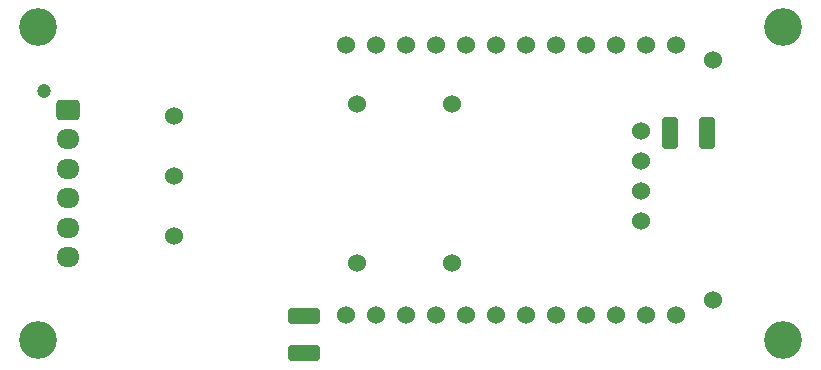
<source format=gts>
%TF.GenerationSoftware,KiCad,Pcbnew,9.0.0-9.0.0-2~ubuntu24.04.1*%
%TF.CreationDate,2025-03-28T20:06:40+01:00*%
%TF.ProjectId,MarstekMonitor,4d617273-7465-46b4-9d6f-6e69746f722e,rev?*%
%TF.SameCoordinates,Original*%
%TF.FileFunction,Soldermask,Top*%
%TF.FilePolarity,Negative*%
%FSLAX46Y46*%
G04 Gerber Fmt 4.6, Leading zero omitted, Abs format (unit mm)*
G04 Created by KiCad (PCBNEW 9.0.0-9.0.0-2~ubuntu24.04.1) date 2025-03-28 20:06:40*
%MOMM*%
%LPD*%
G01*
G04 APERTURE LIST*
G04 Aperture macros list*
%AMRoundRect*
0 Rectangle with rounded corners*
0 $1 Rounding radius*
0 $2 $3 $4 $5 $6 $7 $8 $9 X,Y pos of 4 corners*
0 Add a 4 corners polygon primitive as box body*
4,1,4,$2,$3,$4,$5,$6,$7,$8,$9,$2,$3,0*
0 Add four circle primitives for the rounded corners*
1,1,$1+$1,$2,$3*
1,1,$1+$1,$4,$5*
1,1,$1+$1,$6,$7*
1,1,$1+$1,$8,$9*
0 Add four rect primitives between the rounded corners*
20,1,$1+$1,$2,$3,$4,$5,0*
20,1,$1+$1,$4,$5,$6,$7,0*
20,1,$1+$1,$6,$7,$8,$9,0*
20,1,$1+$1,$8,$9,$2,$3,0*%
G04 Aperture macros list end*
%ADD10C,1.524000*%
%ADD11C,3.200000*%
%ADD12RoundRect,0.250000X-1.100000X0.412500X-1.100000X-0.412500X1.100000X-0.412500X1.100000X0.412500X0*%
%ADD13RoundRect,0.250000X-0.412500X-1.100000X0.412500X-1.100000X0.412500X1.100000X-0.412500X1.100000X0*%
%ADD14C,1.200000*%
%ADD15RoundRect,0.250000X-0.725000X0.600000X-0.725000X-0.600000X0.725000X-0.600000X0.725000X0.600000X0*%
%ADD16O,1.950000X1.700000*%
G04 APERTURE END LIST*
D10*
%TO.C,RS485_TTL_Board1*%
X141500000Y-74765000D03*
X141500000Y-77305000D03*
X141500000Y-79845000D03*
X141500000Y-82385000D03*
X102000000Y-73500000D03*
X102000000Y-78580000D03*
X102000000Y-83660000D03*
%TD*%
D11*
%TO.C,H1*%
X90500000Y-66000000D03*
%TD*%
%TO.C,H2*%
X90500000Y-92500000D03*
%TD*%
D10*
%TO.C,BuckBoostModuleFixed5V1*%
X125500000Y-72500000D03*
X117500000Y-72500000D03*
X125500000Y-86000000D03*
X117500000Y-86000000D03*
%TD*%
D11*
%TO.C,H3*%
X153500000Y-66000000D03*
%TD*%
D12*
%TO.C,C2*%
X113000000Y-90500000D03*
X113000000Y-93625000D03*
%TD*%
D13*
%TO.C,C1*%
X144000000Y-75000000D03*
X147125000Y-75000000D03*
%TD*%
D11*
%TO.C,H4*%
X153500000Y-92500000D03*
%TD*%
D14*
%TO.C,J1*%
X91000000Y-71400000D03*
D15*
X93000000Y-73000000D03*
D16*
X93000000Y-75500000D03*
X93000000Y-78000000D03*
X93000000Y-80500000D03*
X93000000Y-83000000D03*
X93000000Y-85500000D03*
%TD*%
D10*
%TO.C,TTGO1*%
X116500000Y-67500000D03*
X119040000Y-67500000D03*
X121580000Y-67500000D03*
X124120000Y-67500000D03*
X126660000Y-67500000D03*
X129200000Y-67500000D03*
X131740000Y-67500000D03*
X134280000Y-67500000D03*
X136820000Y-67500000D03*
X139360000Y-67500000D03*
X141900000Y-67500000D03*
X144440000Y-67500000D03*
X144440000Y-90360000D03*
X141900000Y-90360000D03*
X139360000Y-90360000D03*
X136820000Y-90360000D03*
X134280000Y-90360000D03*
X131740000Y-90360000D03*
X129200000Y-90360000D03*
X126660000Y-90360000D03*
X124120000Y-90360000D03*
X121580000Y-90360000D03*
X119040000Y-90360000D03*
X116500000Y-90360000D03*
X147615000Y-89090000D03*
X147615000Y-68770000D03*
%TD*%
M02*

</source>
